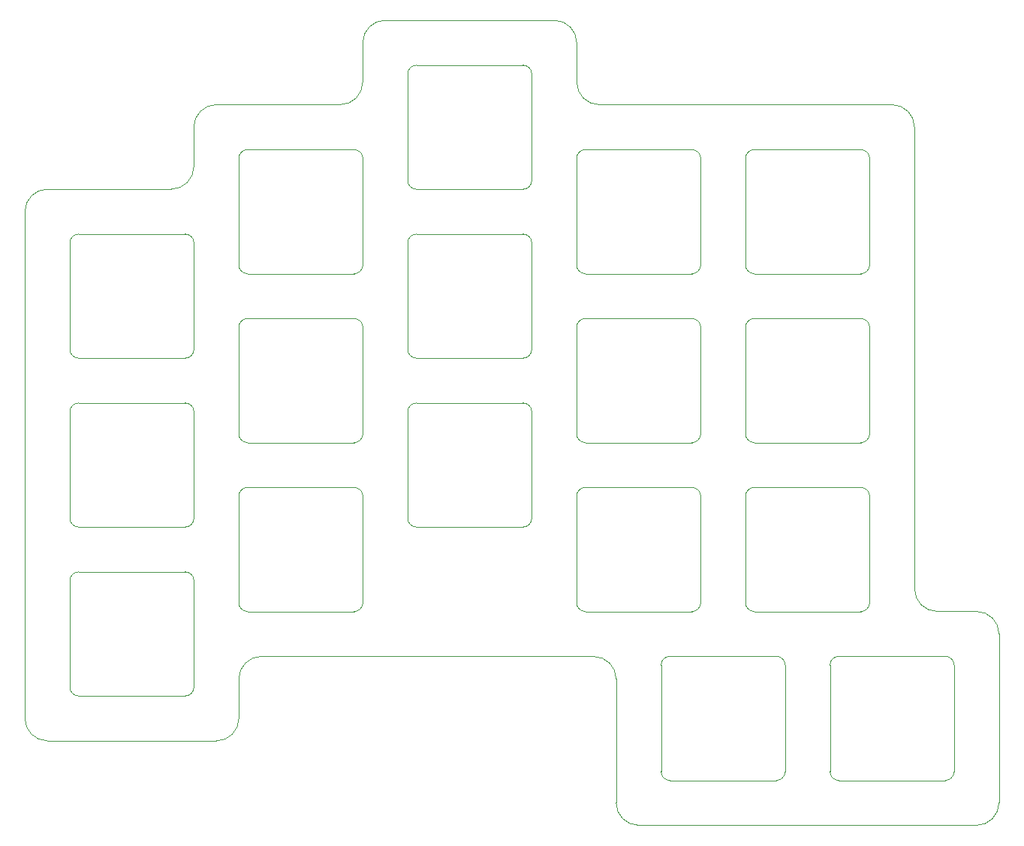
<source format=gm1>
%TF.GenerationSoftware,KiCad,Pcbnew,(6.0.5-0)*%
%TF.CreationDate,2022-06-17T02:12:59+08:00*%
%TF.ProjectId,Pragmatic,50726167-6d61-4746-9963-2e6b69636164,3*%
%TF.SameCoordinates,PX7616b68PY48ab840*%
%TF.FileFunction,Profile,NP*%
%FSLAX46Y46*%
G04 Gerber Fmt 4.6, Leading zero omitted, Abs format (unit mm)*
G04 Created by KiCad (PCBNEW (6.0.5-0)) date 2022-06-17 02:12:59*
%MOMM*%
%LPD*%
G01*
G04 APERTURE LIST*
%TA.AperFunction,Profile*%
%ADD10C,0.120000*%
%TD*%
G04 APERTURE END LIST*
D10*
X-52070000Y-40640000D02*
G75*
G03*
X-54610000Y-43180000I0J-2540000D01*
G01*
X-57150000Y21590000D02*
X-43180000Y21590000D01*
X-57150000Y-50165000D02*
G75*
G03*
X-54610000Y-47625000I0J2540000D01*
G01*
X-16510000Y24130000D02*
X-16510000Y28575000D01*
X-78740000Y9525000D02*
X-78740000Y-47625000D01*
X21590000Y-33020000D02*
G75*
G03*
X24130000Y-35560000I2540000J0D01*
G01*
X-16510000Y24130000D02*
G75*
G03*
X-13970000Y21590000I2540000J0D01*
G01*
X31115000Y-38100000D02*
G75*
G03*
X28575000Y-35560000I-2540000J0D01*
G01*
X-12065000Y-43180000D02*
X-12065000Y-57150000D01*
X-76200000Y-50165000D02*
X-57150000Y-50165000D01*
X28575000Y-35560000D02*
X24130000Y-35560000D01*
X-40640000Y24130000D02*
X-40640000Y28575000D01*
X-59690000Y19050000D02*
X-59690000Y14605000D01*
X-54610000Y-47625000D02*
X-54610000Y-43180000D01*
X26035000Y-59690000D02*
X28575000Y-59690000D01*
X-14605000Y-40640000D02*
X-52070000Y-40640000D01*
X-76200000Y12065000D02*
G75*
G03*
X-78740000Y9525000I0J-2540000D01*
G01*
X-16510000Y28575000D02*
G75*
G03*
X-19050000Y31115000I-2540000J0D01*
G01*
X-78740000Y-47625000D02*
G75*
G03*
X-76200000Y-50165000I2540000J0D01*
G01*
X-12065000Y-43180000D02*
G75*
G03*
X-14605000Y-40640000I-2540000J0D01*
G01*
X21590000Y19050000D02*
G75*
G03*
X19050000Y21590000I-2540000J0D01*
G01*
X-62230000Y12065000D02*
G75*
G03*
X-59690000Y14605000I0J2540000D01*
G01*
X-13970000Y21590000D02*
X19050000Y21590000D01*
X31115000Y-40640000D02*
X31115000Y-38100000D01*
X28575000Y-59690000D02*
G75*
G03*
X31115000Y-57150000I0J2540000D01*
G01*
X31115000Y-40640000D02*
X31115000Y-57150000D01*
X-19050000Y31115000D02*
X-38100000Y31115000D01*
X26035000Y-59690000D02*
X-9525000Y-59690000D01*
X-57150000Y21590000D02*
G75*
G03*
X-59690000Y19050000I0J-2540000D01*
G01*
X-38100000Y31115000D02*
G75*
G03*
X-40640000Y28575000I0J-2540000D01*
G01*
X-62230000Y12065000D02*
X-76200000Y12065000D01*
X-12065000Y-57150000D02*
G75*
G03*
X-9525000Y-59690000I2540000J0D01*
G01*
X21590000Y-33020000D02*
X21590000Y19050000D01*
X-43180000Y21590000D02*
G75*
G03*
X-40640000Y24130000I0J2540000D01*
G01*
X-72675000Y7000000D02*
X-60675000Y7000000D01*
X-72675000Y-7000000D02*
X-60675000Y-7000000D01*
X-59675000Y-6000000D02*
X-59675000Y6000000D01*
X-73675000Y-6000000D02*
X-73675000Y6000000D01*
X-72675000Y7000000D02*
G75*
G03*
X-73675000Y6000000I-1J-999999D01*
G01*
X-59675000Y6000000D02*
G75*
G03*
X-60675000Y7000000I-1000000J0D01*
G01*
X-73675000Y-6000000D02*
G75*
G03*
X-72675000Y-7000000I999999J-1D01*
G01*
X-60675000Y-7000000D02*
G75*
G03*
X-59675000Y-6000000I0J1000000D01*
G01*
X-72675000Y-12050000D02*
X-60675000Y-12050000D01*
X-59675000Y-25050000D02*
X-59675000Y-13050000D01*
X-73675000Y-25050000D02*
X-73675000Y-13050000D01*
X-72675000Y-26050000D02*
X-60675000Y-26050000D01*
X-59675000Y-13050000D02*
G75*
G03*
X-60675000Y-12050000I-1000000J0D01*
G01*
X-73675000Y-25050000D02*
G75*
G03*
X-72675000Y-26050000I999999J-1D01*
G01*
X-60675000Y-26050000D02*
G75*
G03*
X-59675000Y-25050000I0J1000000D01*
G01*
X-72675000Y-12050000D02*
G75*
G03*
X-73675000Y-13050000I-1J-999999D01*
G01*
X-53625000Y-2525000D02*
X-41625000Y-2525000D01*
X-40625000Y-15525000D02*
X-40625000Y-3525000D01*
X-53625000Y-16525000D02*
X-41625000Y-16525000D01*
X-54625000Y-15525000D02*
X-54625000Y-3525000D01*
X-54625000Y-15525000D02*
G75*
G03*
X-53625000Y-16525000I999999J-1D01*
G01*
X-41625000Y-16525000D02*
G75*
G03*
X-40625000Y-15525000I0J1000000D01*
G01*
X-53625000Y-2525000D02*
G75*
G03*
X-54625000Y-3525000I-1J-999999D01*
G01*
X-40625000Y-3525000D02*
G75*
G03*
X-41625000Y-2525000I-1000000J0D01*
G01*
X-53625000Y2525000D02*
X-41625000Y2525000D01*
X-53625000Y16525000D02*
X-41625000Y16525000D01*
X-54625000Y3525000D02*
X-54625000Y15525000D01*
X-40625000Y3525000D02*
X-40625000Y15525000D01*
X-53625000Y16525000D02*
G75*
G03*
X-54625000Y15525000I-1J-999999D01*
G01*
X-54625000Y3525000D02*
G75*
G03*
X-53625000Y2525000I999999J-1D01*
G01*
X-40625000Y15525000D02*
G75*
G03*
X-41625000Y16525000I-1000000J0D01*
G01*
X-41625000Y2525000D02*
G75*
G03*
X-40625000Y3525000I0J1000000D01*
G01*
X-34575000Y26050000D02*
X-22575000Y26050000D01*
X-35575000Y13050000D02*
X-35575000Y25050000D01*
X-21575000Y13050000D02*
X-21575000Y25050000D01*
X-34575000Y12050000D02*
X-22575000Y12050000D01*
X-34575000Y26050000D02*
G75*
G03*
X-35575000Y25050000I-1J-999999D01*
G01*
X-22575000Y12050000D02*
G75*
G03*
X-21575000Y13050000I0J1000000D01*
G01*
X-35575000Y13050000D02*
G75*
G03*
X-34575000Y12050000I999999J-1D01*
G01*
X-21575000Y25050000D02*
G75*
G03*
X-22575000Y26050000I-1000000J0D01*
G01*
X-15525000Y16525000D02*
X-3525000Y16525000D01*
X-15525000Y2525000D02*
X-3525000Y2525000D01*
X-16525000Y3525000D02*
X-16525000Y15525000D01*
X-2525000Y3525000D02*
X-2525000Y15525000D01*
X-15525000Y16525000D02*
G75*
G03*
X-16525000Y15525000I-1J-999999D01*
G01*
X-16525000Y3525000D02*
G75*
G03*
X-15525000Y2525000I999999J-1D01*
G01*
X-2525000Y15525000D02*
G75*
G03*
X-3525000Y16525000I-1000000J0D01*
G01*
X-3525000Y2525000D02*
G75*
G03*
X-2525000Y3525000I0J1000000D01*
G01*
X3525000Y16525000D02*
X15525000Y16525000D01*
X3525000Y2525000D02*
X15525000Y2525000D01*
X16525000Y3525000D02*
X16525000Y15525000D01*
X2525000Y3525000D02*
X2525000Y15525000D01*
X15525000Y2525000D02*
G75*
G03*
X16525000Y3525000I0J1000000D01*
G01*
X2525000Y3525000D02*
G75*
G03*
X3525000Y2525000I999999J-1D01*
G01*
X16525000Y15525000D02*
G75*
G03*
X15525000Y16525000I-1000000J0D01*
G01*
X3525000Y16525000D02*
G75*
G03*
X2525000Y15525000I-1J-999999D01*
G01*
X-21575000Y-6000000D02*
X-21575000Y6000000D01*
X-34575000Y7000000D02*
X-22575000Y7000000D01*
X-34575000Y-7000000D02*
X-22575000Y-7000000D01*
X-35575000Y-6000000D02*
X-35575000Y6000000D01*
X-34575000Y7000000D02*
G75*
G03*
X-35575000Y6000000I-1J-999999D01*
G01*
X-21575000Y6000000D02*
G75*
G03*
X-22575000Y7000000I-1000000J0D01*
G01*
X-22575000Y-7000000D02*
G75*
G03*
X-21575000Y-6000000I0J1000000D01*
G01*
X-35575000Y-6000000D02*
G75*
G03*
X-34575000Y-7000000I999999J-1D01*
G01*
X-16525000Y-15525000D02*
X-16525000Y-3525000D01*
X-15525000Y-16525000D02*
X-3525000Y-16525000D01*
X-15525000Y-2525000D02*
X-3525000Y-2525000D01*
X-2525000Y-15525000D02*
X-2525000Y-3525000D01*
X-16525000Y-15525000D02*
G75*
G03*
X-15525000Y-16525000I999999J-1D01*
G01*
X-15525000Y-2525000D02*
G75*
G03*
X-16525000Y-3525000I-1J-999999D01*
G01*
X-3525000Y-16525000D02*
G75*
G03*
X-2525000Y-15525000I0J1000000D01*
G01*
X-2525000Y-3525000D02*
G75*
G03*
X-3525000Y-2525000I-1000000J0D01*
G01*
X2525000Y-15525000D02*
X2525000Y-3525000D01*
X3525000Y-2525000D02*
X15525000Y-2525000D01*
X16525000Y-15525000D02*
X16525000Y-3525000D01*
X3525000Y-16525000D02*
X15525000Y-16525000D01*
X2525000Y-15525000D02*
G75*
G03*
X3525000Y-16525000I999999J-1D01*
G01*
X3525000Y-2525000D02*
G75*
G03*
X2525000Y-3525000I-1J-999999D01*
G01*
X16525000Y-3525000D02*
G75*
G03*
X15525000Y-2525000I-1000000J0D01*
G01*
X15525000Y-16525000D02*
G75*
G03*
X16525000Y-15525000I0J1000000D01*
G01*
X-72675000Y-45100000D02*
X-60675000Y-45100000D01*
X-73675000Y-44100000D02*
X-73675000Y-32100000D01*
X-72675000Y-31100000D02*
X-60675000Y-31100000D01*
X-59675000Y-44100000D02*
X-59675000Y-32100000D01*
X-72675000Y-31100000D02*
G75*
G03*
X-73675000Y-32100000I-1J-999999D01*
G01*
X-59675000Y-32100000D02*
G75*
G03*
X-60675000Y-31100000I-1000000J0D01*
G01*
X-73675000Y-44100000D02*
G75*
G03*
X-72675000Y-45100000I999999J-1D01*
G01*
X-60675000Y-45100000D02*
G75*
G03*
X-59675000Y-44100000I0J1000000D01*
G01*
X-40625000Y-34575000D02*
X-40625000Y-22575000D01*
X-54625000Y-34575000D02*
X-54625000Y-22575000D01*
X-53625000Y-35575000D02*
X-41625000Y-35575000D01*
X-53625000Y-21575000D02*
X-41625000Y-21575000D01*
X-41625000Y-35575000D02*
G75*
G03*
X-40625000Y-34575000I0J1000000D01*
G01*
X-54625000Y-34575000D02*
G75*
G03*
X-53625000Y-35575000I999999J-1D01*
G01*
X-53625000Y-21575000D02*
G75*
G03*
X-54625000Y-22575000I-1J-999999D01*
G01*
X-40625000Y-22575000D02*
G75*
G03*
X-41625000Y-21575000I-1000000J0D01*
G01*
X-34575000Y-26050000D02*
X-22575000Y-26050000D01*
X-34575000Y-12050000D02*
X-22575000Y-12050000D01*
X-21575000Y-25050000D02*
X-21575000Y-13050000D01*
X-35575000Y-25050000D02*
X-35575000Y-13050000D01*
X-35575000Y-25050000D02*
G75*
G03*
X-34575000Y-26050000I999999J-1D01*
G01*
X-22575000Y-26050000D02*
G75*
G03*
X-21575000Y-25050000I0J1000000D01*
G01*
X-21575000Y-13050000D02*
G75*
G03*
X-22575000Y-12050000I-1000000J0D01*
G01*
X-34575000Y-12050000D02*
G75*
G03*
X-35575000Y-13050000I-1J-999999D01*
G01*
X-16525000Y-34575000D02*
X-16525000Y-22575000D01*
X-2525000Y-34575000D02*
X-2525000Y-22575000D01*
X-15525000Y-35575000D02*
X-3525000Y-35575000D01*
X-15525000Y-21575000D02*
X-3525000Y-21575000D01*
X-2525000Y-22575000D02*
G75*
G03*
X-3525000Y-21575000I-1000000J0D01*
G01*
X-16525000Y-34575000D02*
G75*
G03*
X-15525000Y-35575000I999999J-1D01*
G01*
X-15525000Y-21575000D02*
G75*
G03*
X-16525000Y-22575000I-1J-999999D01*
G01*
X-3525000Y-35575000D02*
G75*
G03*
X-2525000Y-34575000I0J1000000D01*
G01*
X2525000Y-34575000D02*
X2525000Y-22575000D01*
X3525000Y-21575000D02*
X15525000Y-21575000D01*
X16525000Y-34575000D02*
X16525000Y-22575000D01*
X3525000Y-35575000D02*
X15525000Y-35575000D01*
X3525000Y-21575000D02*
G75*
G03*
X2525000Y-22575000I-1J-999999D01*
G01*
X15525000Y-35575000D02*
G75*
G03*
X16525000Y-34575000I0J1000000D01*
G01*
X16525000Y-22575000D02*
G75*
G03*
X15525000Y-21575000I-1000000J0D01*
G01*
X2525000Y-34575000D02*
G75*
G03*
X3525000Y-35575000I999999J-1D01*
G01*
X-6000000Y-54625000D02*
X6000000Y-54625000D01*
X-6000000Y-40625000D02*
X6000000Y-40625000D01*
X7000000Y-53625000D02*
X7000000Y-41625000D01*
X-7000000Y-53625000D02*
X-7000000Y-41625000D01*
X-7000000Y-53625000D02*
G75*
G03*
X-6000000Y-54625000I999999J-1D01*
G01*
X6000000Y-54625000D02*
G75*
G03*
X7000000Y-53625000I0J1000000D01*
G01*
X-6000000Y-40625000D02*
G75*
G03*
X-7000000Y-41625000I-1J-999999D01*
G01*
X7000000Y-41625000D02*
G75*
G03*
X6000000Y-40625000I-1000000J0D01*
G01*
X13050000Y-54625000D02*
X25050000Y-54625000D01*
X26050000Y-53625000D02*
X26050000Y-41625000D01*
X13050000Y-40625000D02*
X25050000Y-40625000D01*
X12050000Y-53625000D02*
X12050000Y-41625000D01*
X26050000Y-41625000D02*
G75*
G03*
X25050000Y-40625000I-1000000J0D01*
G01*
X13050000Y-40625000D02*
G75*
G03*
X12050000Y-41625000I-1J-999999D01*
G01*
X25050000Y-54625000D02*
G75*
G03*
X26050000Y-53625000I0J1000000D01*
G01*
X12050000Y-53625000D02*
G75*
G03*
X13050000Y-54625000I999999J-1D01*
G01*
M02*

</source>
